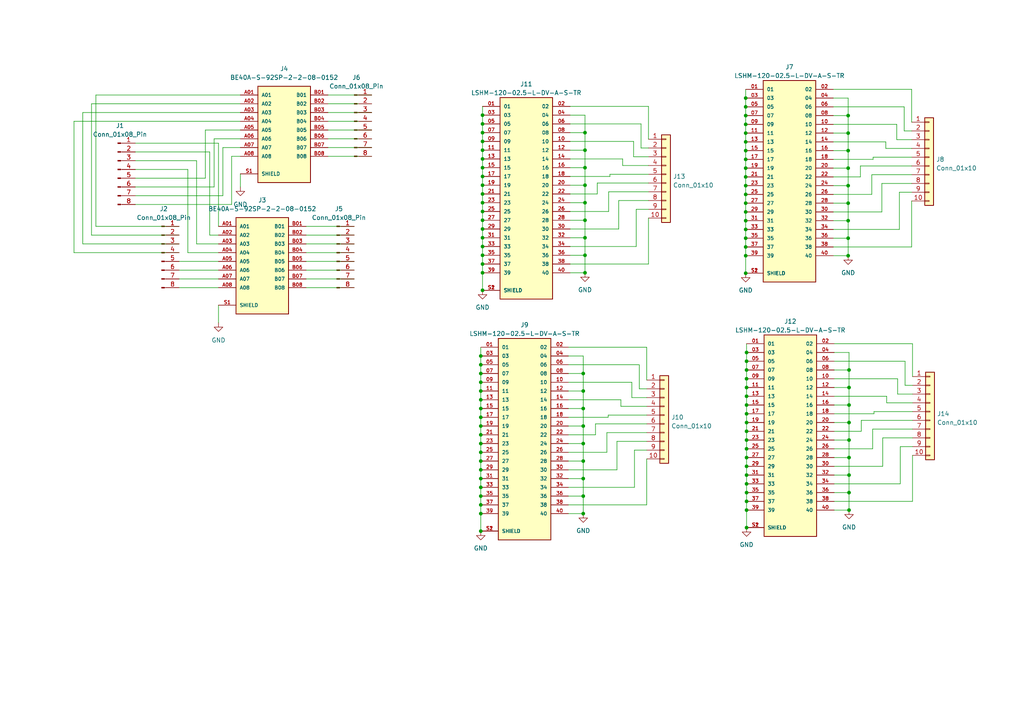
<source format=kicad_sch>
(kicad_sch (version 20230121) (generator eeschema)
  (paper "A4")
  (lib_symbols
    (symbol "0_igloo30_sym_lib:LSHM-120-02.5-L-DV-A-S-TR" (pin_names (offset 1.016))
      (property "Reference" "J" (at -7.62 28.702 0))
      (property "Value" "LSHM-120-02.5-L-DV-A-S-TR" (at -7.62 -33.02 0))
      (symbol "LSHM-120-02.5-L-DV-A-S-TR_0_0"
        (rectangle (start -7.62 -30.48) (end 7.62 27.94) (stroke (width 0.254)) (fill (type background)))
        (pin passive line (at -12.7 25.4 0) (length 5.08) (name "01") (number "01"))
        (pin passive line (at 12.7 25.4 180) (length 5.08) (name "02") (number "02"))
        (pin passive line (at -12.7 22.86 0) (length 5.08) (name "03") (number "03"))
        (pin passive line (at 12.7 22.86 180) (length 5.08) (name "04") (number "04"))
        (pin passive line (at -12.7 20.32 0) (length 5.08) (name "05") (number "05"))
        (pin passive line (at 12.7 20.32 180) (length 5.08) (name "06") (number "06"))
        (pin passive line (at -12.7 17.78 0) (length 5.08) (name "07") (number "07"))
        (pin passive line (at 12.7 17.78 180) (length 5.08) (name "08") (number "08"))
        (pin passive line (at -12.7 15.24 0) (length 5.08) (name "09") (number "09"))
        (pin passive line (at 12.7 15.24 180) (length 5.08) (name "10") (number "10"))
        (pin passive line (at -12.7 12.7 0) (length 5.08) (name "11") (number "11"))
        (pin passive line (at 12.7 12.7 180) (length 5.08) (name "12") (number "12"))
        (pin passive line (at -12.7 10.16 0) (length 5.08) (name "13") (number "13"))
        (pin passive line (at 12.7 10.16 180) (length 5.08) (name "14") (number "14"))
        (pin passive line (at -12.7 7.62 0) (length 5.08) (name "15") (number "15"))
        (pin passive line (at 12.7 7.62 180) (length 5.08) (name "16") (number "16"))
        (pin passive line (at -12.7 5.08 0) (length 5.08) (name "17") (number "17"))
        (pin passive line (at 12.7 5.08 180) (length 5.08) (name "18") (number "18"))
        (pin passive line (at -12.7 2.54 0) (length 5.08) (name "19") (number "19"))
        (pin passive line (at 12.7 2.54 180) (length 5.08) (name "20") (number "20"))
        (pin passive line (at -12.7 0 0) (length 5.08) (name "21") (number "21"))
        (pin passive line (at 12.7 0 180) (length 5.08) (name "22") (number "22"))
        (pin passive line (at -12.7 -2.54 0) (length 5.08) (name "23") (number "23"))
        (pin passive line (at 12.7 -2.54 180) (length 5.08) (name "24") (number "24"))
        (pin passive line (at -12.7 -5.08 0) (length 5.08) (name "25") (number "25"))
        (pin passive line (at 12.7 -5.08 180) (length 5.08) (name "26") (number "26"))
        (pin passive line (at -12.7 -7.62 0) (length 5.08) (name "27") (number "27"))
        (pin passive line (at 12.7 -7.62 180) (length 5.08) (name "28") (number "28"))
        (pin passive line (at -12.7 -10.16 0) (length 5.08) (name "29") (number "29"))
        (pin passive line (at 12.7 -10.16 180) (length 5.08) (name "30") (number "30"))
        (pin passive line (at -12.7 -12.7 0) (length 5.08) (name "31") (number "31"))
        (pin passive line (at 12.7 -12.7 180) (length 5.08) (name "32") (number "32"))
        (pin passive line (at -12.7 -15.24 0) (length 5.08) (name "33") (number "33"))
        (pin passive line (at 12.7 -15.24 180) (length 5.08) (name "34") (number "34"))
        (pin passive line (at -12.7 -17.78 0) (length 5.08) (name "35") (number "35"))
        (pin passive line (at 12.7 -17.78 180) (length 5.08) (name "36") (number "36"))
        (pin passive line (at -12.7 -20.32 0) (length 5.08) (name "37") (number "37"))
        (pin passive line (at 12.7 -20.32 180) (length 5.08) (name "38") (number "38"))
        (pin passive line (at -12.7 -22.86 0) (length 5.08) (name "39") (number "39"))
        (pin passive line (at 12.7 -22.86 180) (length 5.08) (name "40") (number "40"))
        (pin passive line (at -12.7 -27.94 0) (length 5.08) (name "SHIELD") (number "S1"))
        (pin passive line (at -12.7 -27.94 0) (length 5.08) (name "SHIELD") (number "S2"))
      )
    )
    (symbol "Connector:Conn_01x08_Pin" (pin_names (offset 1.016) hide)
      (property "Reference" "J" (at 0 10.16 0))
      (property "Value" "Conn_01x08_Pin" (at 0 -12.7 0))
      (symbol "Conn_01x08_Pin_1_1"
        (polyline (pts (xy 1.27 -10.16) (xy 0.8636 -10.16)) (stroke (width 0.1524)))
        (polyline (pts (xy 1.27 -7.62) (xy 0.8636 -7.62)) (stroke (width 0.1524)))
        (polyline (pts (xy 1.27 -5.08) (xy 0.8636 -5.08)) (stroke (width 0.1524)))
        (polyline (pts (xy 1.27 -2.54) (xy 0.8636 -2.54)) (stroke (width 0.1524)))
        (polyline (pts (xy 1.27 0) (xy 0.8636 0)) (stroke (width 0.1524)))
        (polyline (pts (xy 1.27 2.54) (xy 0.8636 2.54)) (stroke (width 0.1524)))
        (polyline (pts (xy 1.27 5.08) (xy 0.8636 5.08)) (stroke (width 0.1524)))
        (polyline (pts (xy 1.27 7.62) (xy 0.8636 7.62)) (stroke (width 0.1524)))
        (rectangle (start 0.8636 -10.033) (end 0 -10.287) (stroke (width 0.1524)) (fill (type outline)))
        (rectangle (start 0.8636 -7.493) (end 0 -7.747) (stroke (width 0.1524)) (fill (type outline)))
        (rectangle (start 0.8636 -4.953) (end 0 -5.207) (stroke (width 0.1524)) (fill (type outline)))
        (rectangle (start 0.8636 -2.413) (end 0 -2.667) (stroke (width 0.1524)) (fill (type outline)))
        (rectangle (start 0.8636 0.127) (end 0 -0.127) (stroke (width 0.1524)) (fill (type outline)))
        (rectangle (start 0.8636 2.667) (end 0 2.413) (stroke (width 0.1524)) (fill (type outline)))
        (rectangle (start 0.8636 5.207) (end 0 4.953) (stroke (width 0.1524)) (fill (type outline)))
        (rectangle (start 0.8636 7.747) (end 0 7.493) (stroke (width 0.1524)) (fill (type outline)))
        (pin passive line (at 5.08 7.62 180) (length 3.81) (name "Pin_1") (number "1"))
        (pin passive line (at 5.08 5.08 180) (length 3.81) (name "Pin_2") (number "2"))
        (pin passive line (at 5.08 2.54 180) (length 3.81) (name "Pin_3") (number "3"))
        (pin passive line (at 5.08 0 180) (length 3.81) (name "Pin_4") (number "4"))
        (pin passive line (at 5.08 -2.54 180) (length 3.81) (name "Pin_5") (number "5"))
        (pin passive line (at 5.08 -5.08 180) (length 3.81) (name "Pin_6") (number "6"))
        (pin passive line (at 5.08 -7.62 180) (length 3.81) (name "Pin_7") (number "7"))
        (pin passive line (at 5.08 -10.16 180) (length 3.81) (name "Pin_8") (number "8"))
      )
    )
    (symbol "Connector_Generic:Conn_01x10" (pin_names (offset 1.016) hide)
      (property "Reference" "J" (at 0 12.7 0))
      (property "Value" "Conn_01x10" (at 0 -15.24 0))
      (symbol "Conn_01x10_1_1"
        (rectangle (start -1.27 -12.573) (end 0 -12.827) (stroke (width 0.1524)))
        (rectangle (start -1.27 -10.033) (end 0 -10.287) (stroke (width 0.1524)))
        (rectangle (start -1.27 -7.493) (end 0 -7.747) (stroke (width 0.1524)))
        (rectangle (start -1.27 -4.953) (end 0 -5.207) (stroke (width 0.1524)))
        (rectangle (start -1.27 -2.413) (end 0 -2.667) (stroke (width 0.1524)))
        (rectangle (start -1.27 0.127) (end 0 -0.127) (stroke (width 0.1524)))
        (rectangle (start -1.27 2.667) (end 0 2.413) (stroke (width 0.1524)))
        (rectangle (start -1.27 5.207) (end 0 4.953) (stroke (width 0.1524)))
        (rectangle (start -1.27 7.747) (end 0 7.493) (stroke (width 0.1524)))
        (rectangle (start -1.27 10.287) (end 0 10.033) (stroke (width 0.1524)))
        (rectangle (start -1.27 11.43) (end 1.27 -13.97) (stroke (width 0.254)) (fill (type background)))
        (pin passive line (at -5.08 10.16 0) (length 3.81) (name "Pin_1") (number "1"))
        (pin passive line (at -5.08 -12.7 0) (length 3.81) (name "Pin_10") (number "10"))
        (pin passive line (at -5.08 7.62 0) (length 3.81) (name "Pin_2") (number "2"))
        (pin passive line (at -5.08 5.08 0) (length 3.81) (name "Pin_3") (number "3"))
        (pin passive line (at -5.08 2.54 0) (length 3.81) (name "Pin_4") (number "4"))
        (pin passive line (at -5.08 0 0) (length 3.81) (name "Pin_5") (number "5"))
        (pin passive line (at -5.08 -2.54 0) (length 3.81) (name "Pin_6") (number "6"))
        (pin passive line (at -5.08 -5.08 0) (length 3.81) (name "Pin_7") (number "7"))
        (pin passive line (at -5.08 -7.62 0) (length 3.81) (name "Pin_8") (number "8"))
        (pin passive line (at -5.08 -10.16 0) (length 3.81) (name "Pin_9") (number "9"))
      )
    )
    (symbol "power:GND" (power) (pin_names (offset 0))
      (property "Value" "GND" (at 0 -3.81 0))
      (symbol "GND_0_1"
        (polyline (pts (xy 0 0) (xy 0 -1.27) (xy 1.27 -1.27) (xy 0 -2.54) (xy -1.27 -1.27) (xy 0 -1.27)))
      )
      (symbol "GND_1_1"
        (pin power_in line (at 0 0 270) (length 0) hide (name "GND") (number "1"))
      )
    )
    (symbol "project-symbols2:BE40A-S-92SP-2-2-08-0152" (pin_names (offset 1.016))
      (property "Reference" "J" (at -7.62 13.462 0))
      (property "Value" "BE40A-S-92SP-2-2-08-0152" (at -7.62 -17.78 0))
      (symbol "BE40A-S-92SP-2-2-08-0152_0_0"
        (rectangle (start -7.62 -15.24) (end 7.62 12.7) (stroke (width 0.254)) (fill (type background)))
        (pin passive line (at -12.7 10.16 0) (length 5.08) (name "A01") (number "A01"))
        (pin passive line (at -12.7 7.62 0) (length 5.08) (name "A02") (number "A02"))
        (pin passive line (at -12.7 5.08 0) (length 5.08) (name "A03") (number "A03"))
        (pin passive line (at -12.7 2.54 0) (length 5.08) (name "A04") (number "A04"))
        (pin passive line (at -12.7 0 0) (length 5.08) (name "A05") (number "A05"))
        (pin passive line (at -12.7 -2.54 0) (length 5.08) (name "A06") (number "A06"))
        (pin passive line (at -12.7 -5.08 0) (length 5.08) (name "A07") (number "A07"))
        (pin passive line (at -12.7 -7.62 0) (length 5.08) (name "A08") (number "A08"))
        (pin passive line (at 12.7 10.16 180) (length 5.08) (name "B01") (number "B01"))
        (pin passive line (at 12.7 7.62 180) (length 5.08) (name "B02") (number "B02"))
        (pin passive line (at 12.7 5.08 180) (length 5.08) (name "B03") (number "B03"))
        (pin passive line (at 12.7 2.54 180) (length 5.08) (name "B04") (number "B04"))
        (pin passive line (at 12.7 0 180) (length 5.08) (name "B05") (number "B05"))
        (pin passive line (at 12.7 -2.54 180) (length 5.08) (name "B06") (number "B06"))
        (pin passive line (at 12.7 -5.08 180) (length 5.08) (name "B07") (number "B07"))
        (pin passive line (at 12.7 -7.62 180) (length 5.08) (name "B08") (number "B08"))
        (pin passive line (at -12.7 -12.7 0) (length 5.08) (name "SHIELD") (number "S1"))
      )
    )
  )
  (junction (at 216.535 145.415))
  (junction (at 245.999 64.008))
  (junction (at 216.535 120.015))
  (junction (at 139.446 138.811))
  (junction (at 216.535 109.855))
  (junction (at 139.954 68.961))
  (junction (at 139.446 146.431))
  (junction (at 139.446 126.111))
  (junction (at 169.672 48.641))
  (junction (at 216.281 33.528))
  (junction (at 245.999 69.088))
  (junction (at 139.446 115.951))
  (junction (at 216.281 79.248))
  (junction (at 139.446 148.971))
  (junction (at 216.281 74.168))
  (junction (at 216.535 140.335))
  (junction (at 139.954 41.021))
  (junction (at 139.954 56.261))
  (junction (at 139.954 53.721))
  (junction (at 216.535 147.955))
  (junction (at 246.253 122.555))
  (junction (at 216.281 36.068))
  (junction (at 139.446 108.331))
  (junction (at 139.954 58.801))
  (junction (at 169.672 53.721))
  (junction (at 139.954 61.341))
  (junction (at 246.253 127.635))
  (junction (at 246.253 117.475))
  (junction (at 169.164 108.331))
  (junction (at 216.281 51.308))
  (junction (at 216.281 30.988))
  (junction (at 169.164 128.651))
  (junction (at 216.281 53.848))
  (junction (at 216.281 46.228))
  (junction (at 139.446 128.651))
  (junction (at 169.164 143.891))
  (junction (at 216.535 112.395))
  (junction (at 139.954 33.401))
  (junction (at 216.535 107.315))
  (junction (at 216.281 58.928))
  (junction (at 216.535 137.795))
  (junction (at 139.446 133.731))
  (junction (at 245.999 53.848))
  (junction (at 139.446 118.491))
  (junction (at 216.535 135.255))
  (junction (at 216.281 71.628))
  (junction (at 169.672 74.041))
  (junction (at 139.954 71.501))
  (junction (at 216.281 69.088))
  (junction (at 139.954 84.201))
  (junction (at 139.446 131.191))
  (junction (at 216.535 127.635))
  (junction (at 139.446 141.351))
  (junction (at 216.535 153.035))
  (junction (at 216.535 114.935))
  (junction (at 216.535 130.175))
  (junction (at 245.999 38.608))
  (junction (at 216.535 117.475))
  (junction (at 216.281 61.468))
  (junction (at 139.954 76.581))
  (junction (at 216.535 104.775))
  (junction (at 139.446 105.791))
  (junction (at 139.446 123.571))
  (junction (at 139.954 74.041))
  (junction (at 245.999 58.928))
  (junction (at 246.253 112.395))
  (junction (at 216.281 41.148))
  (junction (at 245.999 33.528))
  (junction (at 216.535 122.555))
  (junction (at 246.253 137.795))
  (junction (at 139.954 48.641))
  (junction (at 139.446 143.891))
  (junction (at 139.954 43.561))
  (junction (at 139.954 63.881))
  (junction (at 139.446 121.031))
  (junction (at 169.164 123.571))
  (junction (at 169.164 133.731))
  (junction (at 169.672 58.801))
  (junction (at 216.281 56.388))
  (junction (at 216.281 28.448))
  (junction (at 246.253 107.315))
  (junction (at 216.535 102.235))
  (junction (at 139.954 51.181))
  (junction (at 139.954 79.121))
  (junction (at 246.253 132.715))
  (junction (at 169.672 79.121))
  (junction (at 139.954 35.941))
  (junction (at 216.281 66.548))
  (junction (at 139.446 113.411))
  (junction (at 139.446 136.271))
  (junction (at 169.164 148.971))
  (junction (at 246.253 142.875))
  (junction (at 169.164 118.491))
  (junction (at 169.672 63.881))
  (junction (at 169.164 113.411))
  (junction (at 216.281 38.608))
  (junction (at 169.672 38.481))
  (junction (at 139.954 46.101))
  (junction (at 216.281 43.688))
  (junction (at 169.672 43.561))
  (junction (at 169.164 138.811))
  (junction (at 169.672 68.961))
  (junction (at 139.446 103.251))
  (junction (at 139.954 66.421))
  (junction (at 246.253 147.955))
  (junction (at 216.535 132.715))
  (junction (at 245.999 48.768))
  (junction (at 245.999 74.168))
  (junction (at 245.999 43.688))
  (junction (at 139.446 110.871))
  (junction (at 139.446 154.051))
  (junction (at 216.281 48.768))
  (junction (at 216.281 64.008))
  (junction (at 216.535 142.875))
  (junction (at 216.535 125.095))
  (junction (at 139.954 38.481))
  (wire (pts (xy 139.954 46.101) (xy 139.954 48.641)))
  (wire (pts (xy 51.943 68.199) (xy 26.543 68.199)))
  (wire (pts (xy 69.723 37.719) (xy 59.563 37.719)))
  (wire (pts (xy 241.681 25.908) (xy 264.414 25.908)))
  (wire (pts (xy 51.943 83.439) (xy 63.373 83.439)))
  (wire (pts (xy 253.111 124.46) (xy 264.668 124.46)))
  (wire (pts (xy 241.681 48.768) (xy 245.999 48.768)))
  (wire (pts (xy 245.999 33.528) (xy 245.999 38.608)))
  (wire (pts (xy 164.846 128.651) (xy 169.164 128.651)))
  (wire (pts (xy 169.164 123.571) (xy 169.164 128.651)))
  (wire (pts (xy 165.354 76.581) (xy 188.087 76.581)))
  (wire (pts (xy 216.281 61.468) (xy 216.281 64.008)))
  (wire (pts (xy 216.535 127.635) (xy 216.535 130.175)))
  (wire (pts (xy 216.281 64.008) (xy 216.281 66.548)))
  (wire (pts (xy 245.999 43.688) (xy 245.999 48.768)))
  (wire (pts (xy 54.483 49.149) (xy 39.243 49.149)))
  (wire (pts (xy 216.535 132.715) (xy 216.535 135.255)))
  (wire (pts (xy 165.354 66.421) (xy 179.451 66.421)))
  (wire (pts (xy 246.253 132.715) (xy 246.253 137.795)))
  (wire (pts (xy 139.446 118.491) (xy 139.446 121.031)))
  (wire (pts (xy 139.446 115.951) (xy 139.446 118.491)))
  (wire (pts (xy 260.096 36.068) (xy 260.096 40.513)))
  (wire (pts (xy 51.943 73.279) (xy 21.463 73.279)))
  (wire (pts (xy 95.123 40.259) (xy 107.823 40.259)))
  (wire (pts (xy 260.35 109.855) (xy 260.35 114.3)))
  (wire (pts (xy 139.446 143.891) (xy 139.446 146.431)))
  (wire (pts (xy 139.446 110.871) (xy 139.446 113.411)))
  (wire (pts (xy 241.935 120.015) (xy 253.492 120.015)))
  (wire (pts (xy 216.535 117.475) (xy 216.535 120.015)))
  (wire (pts (xy 216.535 112.395) (xy 216.535 114.935)))
  (wire (pts (xy 63.373 41.529) (xy 39.243 41.529)))
  (wire (pts (xy 255.778 53.213) (xy 264.414 53.213)))
  (wire (pts (xy 241.935 140.335) (xy 261.112 140.335)))
  (wire (pts (xy 164.846 136.271) (xy 178.943 136.271)))
  (wire (pts (xy 59.563 37.719) (xy 59.563 51.689)))
  (wire (pts (xy 216.535 122.555) (xy 216.535 125.095)))
  (wire (pts (xy 169.672 63.881) (xy 169.672 68.961)))
  (wire (pts (xy 165.354 56.261) (xy 173.228 56.261)))
  (wire (pts (xy 164.846 141.351) (xy 184.023 141.351)))
  (wire (pts (xy 245.999 74.168) (xy 241.681 74.168)))
  (wire (pts (xy 39.243 54.229) (xy 62.103 54.229)))
  (wire (pts (xy 176.53 61.341) (xy 176.53 55.626)))
  (wire (pts (xy 260.096 40.513) (xy 264.414 40.513)))
  (wire (pts (xy 216.535 104.775) (xy 216.535 107.315)))
  (wire (pts (xy 139.446 148.971) (xy 139.446 154.051)))
  (wire (pts (xy 241.935 102.235) (xy 246.253 102.235)))
  (wire (pts (xy 169.164 143.891) (xy 169.164 148.971)))
  (wire (pts (xy 184.531 60.706) (xy 188.087 60.706)))
  (wire (pts (xy 164.846 118.491) (xy 169.164 118.491)))
  (wire (pts (xy 139.446 113.411) (xy 139.446 115.951)))
  (wire (pts (xy 164.846 103.251) (xy 169.164 103.251)))
  (wire (pts (xy 256.921 41.148) (xy 256.921 43.053)))
  (wire (pts (xy 164.846 108.331) (xy 169.164 108.331)))
  (wire (pts (xy 165.354 61.341) (xy 176.53 61.341)))
  (wire (pts (xy 245.999 53.848) (xy 245.999 58.928)))
  (wire (pts (xy 139.954 63.881) (xy 139.954 66.421)))
  (wire (pts (xy 164.846 143.891) (xy 169.164 143.891)))
  (wire (pts (xy 165.354 68.961) (xy 169.672 68.961)))
  (wire (pts (xy 262.255 37.973) (xy 264.414 37.973)))
  (wire (pts (xy 67.183 59.309) (xy 67.183 45.339)))
  (wire (pts (xy 139.954 68.961) (xy 139.954 71.501)))
  (wire (pts (xy 216.281 28.448) (xy 216.281 30.988)))
  (wire (pts (xy 164.846 138.811) (xy 169.164 138.811)))
  (wire (pts (xy 165.354 41.021) (xy 183.769 41.021)))
  (wire (pts (xy 165.354 43.561) (xy 169.672 43.561)))
  (wire (pts (xy 60.833 68.199) (xy 60.833 44.069)))
  (wire (pts (xy 264.668 145.415) (xy 264.668 132.08)))
  (wire (pts (xy 260.858 55.753) (xy 264.414 55.753)))
  (wire (pts (xy 173.228 53.086) (xy 188.087 53.086)))
  (wire (pts (xy 246.253 117.475) (xy 246.253 122.555)))
  (wire (pts (xy 139.446 121.031) (xy 139.446 123.571)))
  (wire (pts (xy 164.846 131.191) (xy 176.022 131.191)))
  (wire (pts (xy 139.954 43.561) (xy 139.954 46.101)))
  (wire (pts (xy 176.022 131.191) (xy 176.022 125.476)))
  (wire (pts (xy 139.446 126.111) (xy 139.446 128.651)))
  (wire (pts (xy 188.087 76.581) (xy 188.087 63.246)))
  (wire (pts (xy 88.773 70.739) (xy 102.743 70.739)))
  (wire (pts (xy 264.668 99.695) (xy 264.668 109.22)))
  (wire (pts (xy 178.943 128.016) (xy 187.579 128.016)))
  (wire (pts (xy 139.446 123.571) (xy 139.446 126.111)))
  (wire (pts (xy 57.023 70.739) (xy 57.023 46.609)))
  (wire (pts (xy 246.253 112.395) (xy 246.253 117.475)))
  (wire (pts (xy 169.164 118.491) (xy 169.164 123.571)))
  (wire (pts (xy 249.809 121.92) (xy 264.668 121.92)))
  (wire (pts (xy 169.164 113.411) (xy 169.164 118.491)))
  (wire (pts (xy 184.023 130.556) (xy 187.579 130.556)))
  (wire (pts (xy 187.579 100.711) (xy 187.579 110.236)))
  (wire (pts (xy 69.723 42.799) (xy 64.643 42.799)))
  (wire (pts (xy 165.354 48.641) (xy 169.672 48.641)))
  (wire (pts (xy 241.935 142.875) (xy 246.253 142.875)))
  (wire (pts (xy 164.846 146.431) (xy 187.579 146.431)))
  (wire (pts (xy 165.354 35.941) (xy 185.928 35.941)))
  (wire (pts (xy 262.509 111.76) (xy 264.668 111.76)))
  (wire (pts (xy 216.281 25.908) (xy 216.281 28.448)))
  (wire (pts (xy 183.261 110.871) (xy 183.261 115.316)))
  (wire (pts (xy 246.253 102.235) (xy 246.253 107.315)))
  (wire (pts (xy 169.672 58.801) (xy 169.672 63.881)))
  (wire (pts (xy 256.032 135.255) (xy 256.032 127)))
  (wire (pts (xy 256.032 127) (xy 264.668 127)))
  (wire (pts (xy 95.123 35.179) (xy 107.823 35.179)))
  (wire (pts (xy 241.681 66.548) (xy 260.858 66.548)))
  (wire (pts (xy 249.809 125.095) (xy 249.809 121.92)))
  (wire (pts (xy 164.846 121.031) (xy 176.403 121.031)))
  (wire (pts (xy 51.943 80.899) (xy 63.373 80.899)))
  (wire (pts (xy 252.857 50.673) (xy 264.414 50.673)))
  (wire (pts (xy 139.446 131.191) (xy 139.446 133.731)))
  (wire (pts (xy 24.003 32.639) (xy 69.723 32.639)))
  (wire (pts (xy 139.954 33.401) (xy 139.954 35.941)))
  (wire (pts (xy 139.954 48.641) (xy 139.954 51.181)))
  (wire (pts (xy 245.999 58.928) (xy 245.999 64.008)))
  (wire (pts (xy 185.42 112.776) (xy 187.579 112.776)))
  (wire (pts (xy 139.446 136.271) (xy 139.446 138.811)))
  (wire (pts (xy 249.555 48.133) (xy 264.414 48.133)))
  (wire (pts (xy 253.492 119.38) (xy 264.668 119.38)))
  (wire (pts (xy 245.999 48.768) (xy 245.999 53.848)))
  (wire (pts (xy 178.943 136.271) (xy 178.943 128.016)))
  (wire (pts (xy 139.446 133.731) (xy 139.446 136.271)))
  (wire (pts (xy 62.103 54.229) (xy 62.103 40.259)))
  (wire (pts (xy 216.535 130.175) (xy 216.535 132.715)))
  (wire (pts (xy 165.354 51.181) (xy 176.911 51.181)))
  (wire (pts (xy 169.164 138.811) (xy 169.164 143.891)))
  (wire (pts (xy 257.175 114.935) (xy 257.175 116.84)))
  (wire (pts (xy 95.123 32.639) (xy 107.823 32.639)))
  (wire (pts (xy 165.354 53.721) (xy 169.672 53.721)))
  (wire (pts (xy 139.446 141.351) (xy 139.446 143.891)))
  (wire (pts (xy 60.833 44.069) (xy 39.243 44.069)))
  (wire (pts (xy 95.123 27.559) (xy 107.823 27.559)))
  (wire (pts (xy 169.164 128.651) (xy 169.164 133.731)))
  (wire (pts (xy 216.281 48.768) (xy 216.281 51.308)))
  (wire (pts (xy 39.243 59.309) (xy 67.183 59.309)))
  (wire (pts (xy 139.446 105.791) (xy 139.446 108.331)))
  (wire (pts (xy 139.954 71.501) (xy 139.954 74.041)))
  (wire (pts (xy 88.773 78.359) (xy 102.743 78.359)))
  (wire (pts (xy 216.281 56.388) (xy 216.281 58.928)))
  (wire (pts (xy 241.681 28.448) (xy 245.999 28.448)))
  (wire (pts (xy 165.354 38.481) (xy 169.672 38.481)))
  (wire (pts (xy 252.857 56.388) (xy 252.857 50.673)))
  (wire (pts (xy 139.446 108.331) (xy 139.446 110.871)))
  (wire (pts (xy 241.681 46.228) (xy 253.238 46.228)))
  (wire (pts (xy 241.935 132.715) (xy 246.253 132.715)))
  (wire (pts (xy 216.281 58.928) (xy 216.281 61.468)))
  (wire (pts (xy 139.954 76.581) (xy 139.954 79.121)))
  (wire (pts (xy 95.123 30.099) (xy 107.823 30.099)))
  (wire (pts (xy 165.354 58.801) (xy 169.672 58.801)))
  (wire (pts (xy 216.535 99.695) (xy 216.535 102.235)))
  (wire (pts (xy 241.681 56.388) (xy 252.857 56.388)))
  (wire (pts (xy 57.023 46.609) (xy 39.243 46.609)))
  (wire (pts (xy 216.281 41.148) (xy 216.281 43.688)))
  (wire (pts (xy 253.238 45.593) (xy 264.414 45.593)))
  (wire (pts (xy 264.414 71.628) (xy 264.414 58.293)))
  (wire (pts (xy 62.103 40.259) (xy 69.723 40.259)))
  (wire (pts (xy 180.086 115.951) (xy 180.086 117.856)))
  (wire (pts (xy 241.935 114.935) (xy 257.175 114.935)))
  (wire (pts (xy 216.535 107.315) (xy 216.535 109.855)))
  (wire (pts (xy 169.164 148.971) (xy 164.846 148.971)))
  (wire (pts (xy 180.594 48.006) (xy 188.087 48.006)))
  (wire (pts (xy 185.928 42.926) (xy 188.087 42.926)))
  (wire (pts (xy 241.681 61.468) (xy 255.778 61.468)))
  (wire (pts (xy 262.255 30.988) (xy 262.255 37.973)))
  (wire (pts (xy 241.681 30.988) (xy 262.255 30.988)))
  (wire (pts (xy 139.954 53.721) (xy 139.954 56.261)))
  (wire (pts (xy 51.943 70.739) (xy 24.003 70.739)))
  (wire (pts (xy 64.643 56.769) (xy 39.243 56.769)))
  (wire (pts (xy 169.672 43.561) (xy 169.672 48.641)))
  (wire (pts (xy 69.723 50.419) (xy 69.723 54.229)))
  (wire (pts (xy 216.535 140.335) (xy 216.535 142.875)))
  (wire (pts (xy 216.535 135.255) (xy 216.535 137.795)))
  (wire (pts (xy 51.943 78.359) (xy 63.373 78.359)))
  (wire (pts (xy 169.164 103.251) (xy 169.164 108.331)))
  (wire (pts (xy 164.846 123.571) (xy 169.164 123.571)))
  (wire (pts (xy 241.935 137.795) (xy 246.253 137.795)))
  (wire (pts (xy 64.643 42.799) (xy 64.643 56.769)))
  (wire (pts (xy 176.911 50.546) (xy 188.087 50.546)))
  (wire (pts (xy 188.087 30.861) (xy 188.087 40.386)))
  (wire (pts (xy 176.022 125.476) (xy 187.579 125.476)))
  (wire (pts (xy 88.773 80.899) (xy 102.743 80.899)))
  (wire (pts (xy 185.42 105.791) (xy 185.42 112.776)))
  (wire (pts (xy 169.164 108.331) (xy 169.164 113.411)))
  (wire (pts (xy 169.672 38.481) (xy 169.672 43.561)))
  (wire (pts (xy 241.681 53.848) (xy 245.999 53.848)))
  (wire (pts (xy 216.281 36.068) (xy 216.281 38.608)))
  (wire (pts (xy 216.535 145.415) (xy 216.535 147.955)))
  (wire (pts (xy 216.535 125.095) (xy 216.535 127.635)))
  (wire (pts (xy 169.164 133.731) (xy 169.164 138.811)))
  (wire (pts (xy 241.681 43.688) (xy 245.999 43.688)))
  (wire (pts (xy 88.773 83.439) (xy 102.743 83.439)))
  (wire (pts (xy 165.354 71.501) (xy 184.531 71.501)))
  (wire (pts (xy 176.53 55.626) (xy 188.087 55.626)))
  (wire (pts (xy 253.111 130.175) (xy 253.111 124.46)))
  (wire (pts (xy 88.773 75.819) (xy 102.743 75.819)))
  (wire (pts (xy 139.446 138.811) (xy 139.446 141.351)))
  (wire (pts (xy 241.935 127.635) (xy 246.253 127.635)))
  (wire (pts (xy 139.954 74.041) (xy 139.954 76.581)))
  (wire (pts (xy 176.403 120.396) (xy 187.579 120.396)))
  (wire (pts (xy 245.999 69.088) (xy 245.999 74.168)))
  (wire (pts (xy 241.681 58.928) (xy 245.999 58.928)))
  (wire (pts (xy 246.253 147.955) (xy 241.935 147.955)))
  (wire (pts (xy 88.773 73.279) (xy 102.743 73.279)))
  (wire (pts (xy 241.935 125.095) (xy 249.809 125.095)))
  (wire (pts (xy 216.281 74.168) (xy 216.281 79.248)))
  (wire (pts (xy 179.451 58.166) (xy 188.087 58.166)))
  (wire (pts (xy 245.999 38.608) (xy 245.999 43.688)))
  (wire (pts (xy 172.72 126.111) (xy 172.72 122.936)))
  (wire (pts (xy 216.281 38.608) (xy 216.281 41.148)))
  (wire (pts (xy 241.681 38.608) (xy 245.999 38.608)))
  (wire (pts (xy 260.35 114.3) (xy 264.668 114.3)))
  (wire (pts (xy 63.373 88.519) (xy 63.373 93.599)))
  (wire (pts (xy 249.555 51.308) (xy 249.555 48.133)))
  (wire (pts (xy 51.943 75.819) (xy 63.373 75.819)))
  (wire (pts (xy 165.354 33.401) (xy 169.672 33.401)))
  (wire (pts (xy 245.999 64.008) (xy 245.999 69.088)))
  (wire (pts (xy 169.672 74.041) (xy 169.672 79.121)))
  (wire (pts (xy 241.681 36.068) (xy 260.096 36.068)))
  (wire (pts (xy 262.509 104.775) (xy 262.509 111.76)))
  (wire (pts (xy 241.681 64.008) (xy 245.999 64.008)))
  (wire (pts (xy 246.253 122.555) (xy 246.253 127.635)))
  (wire (pts (xy 139.954 41.021) (xy 139.954 43.561)))
  (wire (pts (xy 255.778 61.468) (xy 255.778 53.213)))
  (wire (pts (xy 169.672 53.721) (xy 169.672 58.801)))
  (wire (pts (xy 69.723 27.559) (xy 27.813 27.559)))
  (wire (pts (xy 26.543 68.199) (xy 26.543 30.099)))
  (wire (pts (xy 216.535 147.955) (xy 216.535 153.035)))
  (wire (pts (xy 260.858 66.548) (xy 260.858 55.753)))
  (wire (pts (xy 59.563 51.689) (xy 39.243 51.689)))
  (wire (pts (xy 241.935 104.775) (xy 262.509 104.775)))
  (wire (pts (xy 21.463 73.279) (xy 21.463 35.179)))
  (wire (pts (xy 139.954 38.481) (xy 139.954 41.021)))
  (wire (pts (xy 164.846 113.411) (xy 169.164 113.411)))
  (wire (pts (xy 241.935 107.315) (xy 246.253 107.315)))
  (wire (pts (xy 253.238 46.228) (xy 253.238 45.593)))
  (wire (pts (xy 95.123 37.719) (xy 107.823 37.719)))
  (wire (pts (xy 187.579 146.431) (xy 187.579 133.096)))
  (wire (pts (xy 63.373 70.739) (xy 57.023 70.739)))
  (wire (pts (xy 241.935 109.855) (xy 260.35 109.855)))
  (wire (pts (xy 88.773 68.199) (xy 102.743 68.199)))
  (wire (pts (xy 216.535 120.015) (xy 216.535 122.555)))
  (wire (pts (xy 24.003 70.739) (xy 24.003 32.639)))
  (wire (pts (xy 67.183 45.339) (xy 69.723 45.339)))
  (wire (pts (xy 95.123 42.799) (xy 107.823 42.799)))
  (wire (pts (xy 241.681 71.628) (xy 264.414 71.628)))
  (wire (pts (xy 257.175 116.84) (xy 264.668 116.84)))
  (wire (pts (xy 169.672 48.641) (xy 169.672 53.721)))
  (wire (pts (xy 139.446 103.251) (xy 139.446 105.791)))
  (wire (pts (xy 164.846 133.731) (xy 169.164 133.731)))
  (wire (pts (xy 164.846 115.951) (xy 180.086 115.951)))
  (wire (pts (xy 176.403 121.031) (xy 176.403 120.396)))
  (wire (pts (xy 165.354 30.861) (xy 188.087 30.861)))
  (wire (pts (xy 241.681 41.148) (xy 256.921 41.148)))
  (wire (pts (xy 169.672 68.961) (xy 169.672 74.041)))
  (wire (pts (xy 216.535 102.235) (xy 216.535 104.775)))
  (wire (pts (xy 246.253 137.795) (xy 246.253 142.875)))
  (wire (pts (xy 216.281 43.688) (xy 216.281 46.228)))
  (wire (pts (xy 264.414 25.908) (xy 264.414 35.433)))
  (wire (pts (xy 241.935 135.255) (xy 256.032 135.255)))
  (wire (pts (xy 165.354 46.101) (xy 180.594 46.101)))
  (wire (pts (xy 27.813 27.559) (xy 27.813 65.659)))
  (wire (pts (xy 54.483 73.279) (xy 54.483 49.149)))
  (wire (pts (xy 139.446 128.651) (xy 139.446 131.191)))
  (wire (pts (xy 88.773 65.659) (xy 102.743 65.659)))
  (wire (pts (xy 179.451 66.421) (xy 179.451 58.166)))
  (wire (pts (xy 241.935 122.555) (xy 246.253 122.555)))
  (wire (pts (xy 216.281 66.548) (xy 216.281 69.088)))
  (wire (pts (xy 216.535 137.795) (xy 216.535 140.335)))
  (wire (pts (xy 165.354 63.881) (xy 169.672 63.881)))
  (wire (pts (xy 172.72 122.936) (xy 187.579 122.936)))
  (wire (pts (xy 241.935 117.475) (xy 246.253 117.475)))
  (wire (pts (xy 241.681 33.528) (xy 245.999 33.528)))
  (wire (pts (xy 169.672 33.401) (xy 169.672 38.481)))
  (wire (pts (xy 216.281 46.228) (xy 216.281 48.768)))
  (wire (pts (xy 164.846 100.711) (xy 187.579 100.711)))
  (wire (pts (xy 216.281 69.088) (xy 216.281 71.628)))
  (wire (pts (xy 176.911 51.181) (xy 176.911 50.546)))
  (wire (pts (xy 245.999 28.448) (xy 245.999 33.528)))
  (wire (pts (xy 184.531 71.501) (xy 184.531 60.706)))
  (wire (pts (xy 183.769 41.021) (xy 183.769 45.466)))
  (wire (pts (xy 63.373 73.279) (xy 54.483 73.279)))
  (wire (pts (xy 261.112 129.54) (xy 264.668 129.54)))
  (wire (pts (xy 216.281 33.528) (xy 216.281 36.068)))
  (wire (pts (xy 139.954 56.261) (xy 139.954 58.801)))
  (wire (pts (xy 216.281 51.308) (xy 216.281 53.848)))
  (wire (pts (xy 216.535 114.935) (xy 216.535 117.475)))
  (wire (pts (xy 185.928 35.941) (xy 185.928 42.926)))
  (wire (pts (xy 183.261 115.316) (xy 187.579 115.316)))
  (wire (pts (xy 139.954 61.341) (xy 139.954 63.881)))
  (wire (pts (xy 139.954 58.801) (xy 139.954 61.341)))
  (wire (pts (xy 241.935 112.395) (xy 246.253 112.395)))
  (wire (pts (xy 139.446 100.711) (xy 139.446 103.251)))
  (wire (pts (xy 180.594 46.101) (xy 180.594 48.006)))
  (wire (pts (xy 139.446 146.431) (xy 139.446 148.971)))
  (wire (pts (xy 21.463 35.179) (xy 69.723 35.179)))
  (wire (pts (xy 216.535 109.855) (xy 216.535 112.395)))
  (wire (pts (xy 241.935 99.695) (xy 264.668 99.695)))
  (wire (pts (xy 164.846 110.871) (xy 183.261 110.871)))
  (wire (pts (xy 241.681 51.308) (xy 249.555 51.308)))
  (wire (pts (xy 180.086 117.856) (xy 187.579 117.856)))
  (wire (pts (xy 246.253 142.875) (xy 246.253 147.955)))
  (wire (pts (xy 169.672 79.121) (xy 165.354 79.121)))
  (wire (pts (xy 164.846 105.791) (xy 185.42 105.791)))
  (wire (pts (xy 139.954 79.121) (xy 139.954 84.201)))
  (wire (pts (xy 139.954 66.421) (xy 139.954 68.961)))
  (wire (pts (xy 241.935 130.175) (xy 253.111 130.175)))
  (wire (pts (xy 165.354 74.041) (xy 169.672 74.041)))
  (wire (pts (xy 216.281 71.628) (xy 216.281 74.168)))
  (wire (pts (xy 63.373 68.199) (xy 60.833 68.199)))
  (wire (pts (xy 253.492 120.015) (xy 253.492 119.38)))
  (wire (pts (xy 183.769 45.466) (xy 188.087 45.466)))
  (wire (pts (xy 216.281 30.988) (xy 216.281 33.528)))
  (wire (pts (xy 95.123 45.339) (xy 107.823 45.339)))
  (wire (pts (xy 139.954 51.181) (xy 139.954 53.721)))
  (wire (pts (xy 26.543 30.099) (xy 69.723 30.099)))
  (wire (pts (xy 173.228 56.261) (xy 173.228 53.086)))
  (wire (pts (xy 184.023 141.351) (xy 184.023 130.556)))
  (wire (pts (xy 256.921 43.053) (xy 264.414 43.053)))
  (wire (pts (xy 216.281 53.848) (xy 216.281 56.388)))
  (wire (pts (xy 246.253 107.315) (xy 246.253 112.395)))
  (wire (pts (xy 261.112 140.335) (xy 261.112 129.54)))
  (wire (pts (xy 216.535 142.875) (xy 216.535 145.415)))
  (wire (pts (xy 164.846 126.111) (xy 172.72 126.111)))
  (wire (pts (xy 63.373 65.659) (xy 63.373 41.529)))
  (wire (pts (xy 246.253 127.635) (xy 246.253 132.715)))
  (wire (pts (xy 241.681 69.088) (xy 245.999 69.088)))
  (wire (pts (xy 27.813 65.659) (xy 51.943 65.659)))
  (wire (pts (xy 241.935 145.415) (xy 264.668 145.415)))
  (wire (pts (xy 139.954 35.941) (xy 139.954 38.481)))
  (wire (pts (xy 139.954 30.861) (xy 139.954 33.401)))
  (symbol (lib_id "Connector:Conn_01x08_Pin") (at 102.743 35.179 0) (unit 1)
    (property "Reference" "J6" (at 103.378 22.479 0))
    (property "Value" "Conn_01x08_Pin" (at 103.378 25.019 0))
    (property "Footprint" "0_igloo30_footprint_lib:wirebond_8x_25mm" (effects hide))
  )
  (symbol (lib_id "project-symbols2:BE40A-S-92SP-2-2-08-0152") (at 82.423 37.719 0) (unit 1)
    (property "Reference" "J4" (at 82.423 19.939 0))
    (property "Value" "BE40A-S-92SP-2-2-08-0152" (at 82.423 22.479 0))
    (property "Footprint" "0_igloo30_footprint_lib:BE40A-S-92SP-X-2-08" (effects hide))
    (property "MF" "Samtec" (effects hide))
    (property "DESCRIPTION" "BE40A Series 50 GHz, Bulls Eye®: Double Row, High-Performance Test System" (effects hide))
    (property "PACKAGE" "None" (effects hide))
    (property "PRICE" "None" (effects hide))
    (property "MP" "BE40A-S-92SP-2-2-08-0152" (effects hide))
    (property "AVAILABILITY" "In Stock" (effects hide))
    (property "PURCHASE-URL" "https://pricing.snapeda.com/search/part/BE40A-S-92SP-2-2-08-0152/?ref=eda" (effects hide))
  )
  (symbol (lib_id "0_igloo30_sym_lib:LSHM-120-02.5-L-DV-A-S-TR") (at 152.654 56.261 0) (unit 1)
    (property "Reference" "J11" (at 152.654 24.384 0))
    (property "Value" "LSHM-120-02.5-L-DV-A-S-TR" (at 152.654 26.924 0))
    (property "Footprint" "0_igloo30_footprint_lib:SAMTEC_LSHM-120-02.5-L-DV-A-S-TR" (effects hide))
    (property "PARTREV" "G" (effects hide))
    (property "STANDARD" "Manufacturer Recommendations" (effects hide))
    (property "MANUFACTURER" "Samtec" (effects hide))
  )
  (symbol (lib_id "Connector_Generic:Conn_01x10") (at 192.659 120.396 0) (unit 1)
    (property "Reference" "J10" (at 194.691 121.031 0) (effects (justify left)))
    (property "Value" "Conn_01x10" (at 194.691 123.571 0) (effects (justify left)))
    (property "Footprint" "0_igloo30_footprint_lib:wirebond_10x_1cm" (effects hide))
  )
  (symbol (lib_id "power:GND") (at 169.672 79.121 0) (unit 1)
    (property "Reference" "#PWR010" (effects hide))
    (property "Value" "GND" (at 169.672 84.074 0))
  )
  (symbol (lib_id "power:GND") (at 246.253 147.955 0) (unit 1)
    (property "Reference" "#PWR08" (effects hide))
    (property "Value" "GND" (at 246.253 152.908 0))
  )
  (symbol (lib_id "power:GND") (at 216.535 153.035 0) (unit 1)
    (property "Reference" "#PWR06" (effects hide))
    (property "Value" "GND" (at 216.535 157.988 0))
  )
  (symbol (lib_id "power:GND") (at 139.954 84.201 0) (unit 1)
    (property "Reference" "#PWR05" (effects hide))
    (property "Value" "GND" (at 139.954 89.154 0))
  )
  (symbol (lib_id "Connector_Generic:Conn_01x10") (at 193.167 50.546 0) (unit 1)
    (property "Reference" "J13" (at 195.199 51.181 0) (effects (justify left)))
    (property "Value" "Conn_01x10" (at 195.199 53.721 0) (effects (justify left)))
    (property "Footprint" "0_igloo30_footprint_lib:wirebond_10x_1cm" (effects hide))
  )
  (symbol (lib_id "Connector_Generic:Conn_01x10") (at 269.494 45.593 0) (unit 1)
    (property "Reference" "J8" (at 271.526 46.228 0) (effects (justify left)))
    (property "Value" "Conn_01x10" (at 271.526 48.768 0) (effects (justify left)))
    (property "Footprint" "0_igloo30_footprint_lib:wirebond_10x_1cm" (effects hide))
  )
  (symbol (lib_id "power:GND") (at 69.723 54.229 0) (unit 1)
    (property "Reference" "#PWR03" (effects hide))
    (property "Value" "GND" (at 69.723 59.309 0))
  )
  (symbol (lib_id "power:GND") (at 245.999 74.168 0) (unit 1)
    (property "Reference" "#PWR09" (effects hide))
    (property "Value" "GND" (at 245.999 79.121 0))
  )
  (symbol (lib_id "Connector:Conn_01x08_Pin") (at 97.663 73.279 0) (unit 1)
    (property "Reference" "J5" (at 98.298 60.579 0))
    (property "Value" "Conn_01x08_Pin" (at 98.298 63.119 0))
    (property "Footprint" "0_igloo30_footprint_lib:wirebond_8x_25mm" (effects hide))
  )
  (symbol (lib_id "0_igloo30_sym_lib:LSHM-120-02.5-L-DV-A-S-TR") (at 229.235 125.095 0) (unit 1)
    (property "Reference" "J12" (at 229.235 93.218 0))
    (property "Value" "LSHM-120-02.5-L-DV-A-S-TR" (at 229.235 95.758 0))
    (property "Footprint" "0_igloo30_footprint_lib:SAMTEC_LSHM-120-02.5-L-DV-A-S-TR" (effects hide))
    (property "PARTREV" "G" (effects hide))
    (property "STANDARD" "Manufacturer Recommendations" (effects hide))
    (property "MANUFACTURER" "Samtec" (effects hide))
  )
  (symbol (lib_id "0_igloo30_sym_lib:LSHM-120-02.5-L-DV-A-S-TR") (at 152.146 126.111 0) (unit 1)
    (property "Reference" "J9" (at 152.146 94.234 0))
    (property "Value" "LSHM-120-02.5-L-DV-A-S-TR" (at 152.146 96.774 0))
    (property "Footprint" "0_igloo30_footprint_lib:SAMTEC_LSHM-120-02.5-L-DV-A-S-TR" (effects hide))
    (property "PARTREV" "G" (effects hide))
    (property "STANDARD" "Manufacturer Recommendations" (effects hide))
    (property "MANUFACTURER" "Samtec" (effects hide))
  )
  (symbol (lib_id "0_igloo30_sym_lib:LSHM-120-02.5-L-DV-A-S-TR") (at 228.981 51.308 0) (unit 1)
    (property "Reference" "J7" (at 228.981 19.431 0))
    (property "Value" "LSHM-120-02.5-L-DV-A-S-TR" (at 228.981 21.971 0))
    (property "Footprint" "0_igloo30_footprint_lib:SAMTEC_LSHM-120-02.5-L-DV-A-S-TR" (effects hide))
    (property "PARTREV" "G" (effects hide))
    (property "STANDARD" "Manufacturer Recommendations" (effects hide))
    (property "MANUFACTURER" "Samtec" (effects hide))
  )
  (symbol (lib_id "Connector:Conn_01x08_Pin") (at 34.163 49.149 0) (unit 1)
    (property "Reference" "J1" (at 34.798 36.449 0))
    (property "Value" "Conn_01x08_Pin" (at 34.798 38.989 0))
    (property "Footprint" "0_igloo30_footprint_lib:wirebond_8x_25mm" (effects hide))
  )
  (symbol (lib_id "project-symbols2:BE40A-S-92SP-2-2-08-0152") (at 76.073 75.819 0) (unit 1)
    (property "Reference" "J3" (at 76.073 58.039 0))
    (property "Value" "BE40A-S-92SP-2-2-08-0152" (at 76.073 60.579 0))
    (property "Footprint" "0_igloo30_footprint_lib:BE40A-S-92SP-X-2-08" (effects hide))
    (property "MF" "Samtec" (effects hide))
    (property "DESCRIPTION" "BE40A Series 50 GHz, Bulls Eye®: Double Row, High-Performance Test System" (effects hide))
    (property "PACKAGE" "None" (effects hide))
    (property "PRICE" "None" (effects hide))
    (property "MP" "BE40A-S-92SP-2-2-08-0152" (effects hide))
    (property "AVAILABILITY" "In Stock" (effects hide))
    (property "PURCHASE-URL" "https://pricing.snapeda.com/search/part/BE40A-S-92SP-2-2-08-0152/?ref=eda" (effects hide))
  )
  (symbol (lib_id "power:GND") (at 169.164 148.971 0) (unit 1)
    (property "Reference" "#PWR07" (effects hide))
    (property "Value" "GND" (at 169.164 153.924 0))
  )
  (symbol (lib_id "Connector:Conn_01x08_Pin") (at 46.863 73.279 0) (unit 1)
    (property "Reference" "J2" (at 47.498 60.579 0))
    (property "Value" "Conn_01x08_Pin" (at 47.498 63.119 0))
    (property "Footprint" "0_igloo30_footprint_lib:wirebond_8x_25mm" (effects hide))
  )
  (symbol (lib_id "power:GND") (at 139.446 154.051 0) (unit 1)
    (property "Reference" "#PWR04" (effects hide))
    (property "Value" "GND" (at 139.446 159.004 0))
  )
  (symbol (lib_id "Connector_Generic:Conn_01x10") (at 269.748 119.38 0) (unit 1)
    (property "Reference" "J14" (at 271.78 120.015 0) (effects (justify left)))
    (property "Value" "Conn_01x10" (at 271.78 122.555 0) (effects (justify left)))
    (property "Footprint" "0_igloo30_footprint_lib:wirebond_10x_1cm" (effects hide))
  )
  (symbol (lib_id "power:GND") (at 216.281 79.248 0) (unit 1)
    (property "Reference" "#PWR01" (effects hide))
    (property "Value" "GND" (at 216.281 84.201 0))
  )
  (symbol (lib_id "power:GND") (at 63.373 93.599 0) (unit 1)
    (property "Reference" "#PWR02" (effects hide))
    (property "Value" "GND" (at 63.373 98.679 0))
  )
)
</source>
